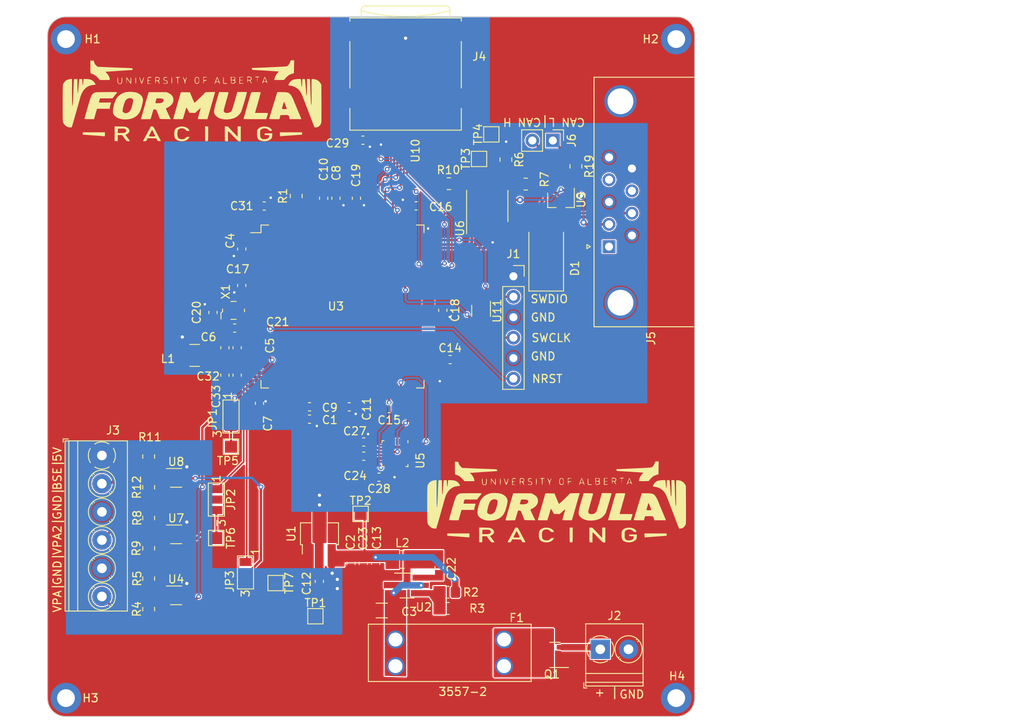
<source format=kicad_pcb>
(kicad_pcb (version 20211014) (generator pcbnew)
  (layers (0 "F.Cu" power) (31 "B.Cu" signal) (34 "B.Paste" user) (35 "F.Paste" user) (36 "B.SilkS" user "B.Silkscreen") (37 "F.SilkS" user "F.Silkscreen") (38 "B.Mask" user) (39 "F.Mask" user) (44 "Edge.Cuts" user))
  (net 0 "")
  (net 1 "+3V3")
  (net 2 "GND")
  (net 3 "+5V")
  (net 4 "+BATT")
  (net 5 "+3.3VA")
  (net 6 "/VSI")
  (net 7 "/NRST")
  (net 8 "Net-(C24-Pad1)")
  (net 9 "/VOUT_1_APPS")
  (net 10 "/VOUT_2_APPS")
  (net 11 "/SWDIO")
  (net 12 "/SWCLK")
  (net 13 "/FILTER_DAT2")
  (net 14 "/FILTER_DAT3")
  (net 15 "/FILTER_CMD")
  (net 16 "/FILTER_CLK")
  (net 17 "/FILTER_DAT0")
  (net 18 "/FILTER_DAT1")
  (net 19 "Net-(R1-Pad1)")
  (net 20 "/CAN_Vref")
  (net 21 "/CAN_Rs")
  (net 22 "/LMA+")
  (net 23 "/LMB+")
  (net 24 "/LMVAOUT")
  (net 25 "/LMVBOUT")
  (net 26 "/VPA")
  (net 27 "/VPA_2")
  (net 28 "/LMVCOUT")
  (net 29 "/CAN_L")
  (net 47 "/OSC_IN")
  (net 79 "/INT")
  (net 80 "/ACCEL_CS")
  (net 81 "/SCK")
  (net 82 "/MISO")
  (net 83 "/MOSI")
  (net 104 "/MCU_CD")
  (net 105 "/MCU_DAT0")
  (net 106 "/MCU_DAT1")
  (net 110 "/CAN_RX")
  (net 111 "/CAN_TX")
  (net 112 "/VPA_BSE")
  (net 114 "/MCU_DAT2")
  (net 115 "/MCU_DAT3")
  (net 116 "/MCU_CLK")
  (net 119 "/MCU_CMD")
  (net 152 "/CAN_H")
  (net 159 "/CAN_L_res")
  (net 160 "Net-(JP1-Pad3)")
  (net 161 "Net-(JP2-Pad3)")
  (net 162 "/VOUT_BSE")
  (net 163 "Net-(JP3-Pad3)")
  (net 164 "/LMA+_BSE")
  (net 165 "/SW")
  (net 166 "/BST")
  (net 167 "/FB")
  (net 168 "/F_IN")
  (net 169 "/F_OUT")
  (footprint "TestPoint:TestPoint_Pad_1.5x1.5mm" (layer "F.Cu") (at 136.579531 57.2932 90)
    (fp_text reference "TP4")
    (fp_text value "TestPoint_Probe")
  )
  (footprint "TestPoint:TestPoint_Pad_1.5x1.5mm" (layer "F.Cu") (at 135.055531 60.3412 90)
    (fp_text reference "TP3")
    (fp_text value "TestPoint_Probe")
  )
  (footprint "Capacitor_SMD:C_0603_1608Metric_Pad1.08x0.95mm_HandSolder" (layer "F.Cu") (at 130.1052 111.0526 90)
    (fp_text reference "C22")
    (fp_text value "100nF")
  )
  (footprint "Package_TO_SOT_SMD:SOT-353_SC-70-5_Handsoldering" (layer "F.Cu") (at 135.3058 79.1972 -90)
    (fp_text reference "U11")
    (fp_text value "ESDALC6V1W5")
  )
  (footprint "Jumper:SolderJumper-3_P1.3mm_Open_Pad1.0x1.5mm_NumberLabels" (layer "F.Cu") (at 104.2924 92.3036 -90)
    (fp_text reference "JP1")
    (fp_text value "SolderJumper_3_Open")
  )
  (footprint "Capacitor_SMD:C_0603_1608Metric_Pad1.08x0.95mm_HandSolder" (layer "F.Cu") (at 119.8464 65.218 90)
    (fp_text reference "C19")
    (fp_text value "100nF")
  )
  (footprint "Package_DFN_QFN:QFN-24_3x3mm_P0.4mm" (layer "F.Cu") (at 124.6216 96.9172 -90)
    (fp_text reference "U5")
    (fp_text value "MPU-6500")
  )
  (footprint "Inductor_SMD:L_1008_2520Metric_Pad1.43x2.20mm_HandSolder" (layer "F.Cu") (at 125.5332 110.0366 180)
    (fp_text reference "L2")
    (fp_text value "2.2uH")
  )
  (footprint "Capacitor_SMD:C_0603_1608Metric_Pad1.08x0.95mm_HandSolder" (layer "F.Cu") (at 122.6404 99.8382 180)
    (fp_text reference "C28")
    (fp_text value "0.1uF")
  )
  (footprint "Package_TO_SOT_SMD:SOT-89-3_Handsoldering" (layer "F.Cu") (at 115.2652 107.1626 90)
    (fp_text reference "U1")
    (fp_text value "AZ1117-3.3")
  )
  (footprint "TestPoint:TestPoint_Pad_1.5x1.5mm" (layer "F.Cu") (at 109.8202 112.9792 -90)
    (fp_text reference "TP7")
    (fp_text value "TestPoint_Probe")
  )
  (footprint "MountingHole:MountingHole_2.2mm_M2_DIN965_Pad" (layer "F.Cu") (at 83.82 45.466)
    (fp_text reference "H1")
    (fp_text value "MountingHole")
  )
  (footprint "Capacitor_SMD:C_0603_1608Metric_Pad1.08x0.95mm_HandSolder" (layer "F.Cu") (at 115.243008 112.772656 -90)
    (fp_text reference "C12")
    (fp_text value "22uF")
  )
  (footprint "MountingHole:MountingHole_2.2mm_M2_DIN965_Pad" (layer "F.Cu") (at 159.512 45.466)
    (fp_text reference "H2")
    (fp_text value "MountingHole")
  )
  (footprint "Inductor_SMD:L_1210_3225Metric_Pad1.42x2.65mm_HandSolder" (layer "F.Cu") (at 99.7804 84.7252)
    (fp_text reference "L1")
    (fp_text value "100nH")
  )
  (footprint "Capacitor_SMD:C_0603_1608Metric_Pad1.08x0.95mm_HandSolder" (layer "F.Cu") (at 130.556 79.121 90)
    (fp_text reference "C18")
    (fp_text value "100nF")
  )
  (footprint "Capacitor_SMD:C_0603_1608Metric_Pad1.08x0.95mm_HandSolder" (layer "F.Cu") (at 108.4164 66.1832 180)
    (fp_text reference "C31")
    (fp_text value "100nF")
  )
  (footprint "Resistor_SMD:R_0805_2012Metric_Pad1.20x1.40mm_HandSolder" (layer "F.Cu") (at 94.0816 108.6612 -90)
    (fp_text reference "R9")
    (fp_text value "100kR")
  )
  (footprint "Package_TO_SOT_SMD:SOT-353_SC-70-5_Handsoldering" (layer "F.Cu") (at 97.4852 99.9236)
    (fp_text reference "U8")
    (fp_text value "LMV321")
  )
  (footprint "Capacitor_SMD:C_0603_1608Metric_Pad1.08x0.95mm_HandSolder" (layer "F.Cu") (at 117.3064 65.218 90)
    (fp_text reference "C8")
    (fp_text value "4.7uF")
  )
  (footprint "Resistor_SMD:R_0805_2012Metric_Pad1.20x1.40mm_HandSolder" (layer "F.Cu") (at 131.1212 114.117856 180)
    (fp_text reference "R2")
    (fp_text value "52.3kR")
  )
  (footprint "Jumper:SolderJumper-3_P1.3mm_Open_Pad1.0x1.5mm_NumberLabels" (layer "F.Cu") (at 102.4796 102.616 -90)
    (fp_text reference "JP2")
    (fp_text value "SolderJumper_3_Open")
  )
  (footprint "Capacitor_SMD:C_1206_3216Metric_Pad1.33x1.80mm_HandSolder" (layer "F.Cu") (at 122.9932 116.3866 180)
    (fp_text reference "C3")
    (fp_text value "10uF")
  )
  (footprint "Resistor_SMD:R_0805_2012Metric_Pad1.20x1.40mm_HandSolder" (layer "F.Cu") (at 94.0816 104.902 -90)
    (fp_text reference "R8")
    (fp_text value "50kR")
  )
  (footprint "Resistor_SMD:R_0805_2012Metric_Pad1.20x1.40mm_HandSolder" (layer "F.Cu") (at 131.321731 63.4146 180)
    (fp_text reference "R10")
    (fp_text value "100R")
  )
  (footprint "Package_TO_SOT_SMD:TSOT-23-6_HandSoldering" (layer "F.Cu") (at 126.1192 113.2586)
    (fp_text reference "U2")
    (fp_text value "AP62250WU-7")
  )
  (footprint "Resistor_SMD:R_0805_2012Metric_Pad1.20x1.40mm_HandSolder" (layer "F.Cu") (at 94.0816 97.282 -90)
    (fp_text reference "R11")
    (fp_text value "50kR")
  )
  (footprint "Capacitor_SMD:C_0603_1608Metric_Pad1.08x0.95mm_HandSolder" (layer "F.Cu") (at 123.9104 91.3292 180)
    (fp_text reference "C15")
    (fp_text value "100nF")
  )
  (footprint "TestPoint:TestPoint_Pad_1.5x1.5mm" (layer "F.Cu") (at 104.2924 96.0534)
    (fp_text reference "TP5")
    (fp_text value "TestPoint_Probe")
  )
  (footprint "Resistor_SMD:R_0805_2012Metric_Pad1.20x1.40mm_HandSolder" (layer "F.Cu") (at 140.846731 63.4654)
    (fp_text reference "R7")
    (fp_text value "220R")
  )
  (footprint "Package_TO_SOT_SMD:SOT-353_SC-70-5_Handsoldering" (layer "F.Cu") (at 97.4852 106.934)
    (fp_text reference "U7")
    (fp_text value "LMV321")
  )
  (footprint "Capacitor_SMD:C_0603_1608Metric_Pad1.08x0.95mm_HandSolder" (layer "F.Cu") (at 114.0298 91.1006 180)
    (fp_text reference "C9")
    (fp_text value "100nF")
  )
  (footprint "Jumper:SolderJumper-3_P1.3mm_Open_Pad1.0x1.5mm_NumberLabels" (layer "F.Cu") (at 106.0864 111.6584 -90)
    (fp_text reference "JP3")
    (fp_text value "SolderJumper_3_Open")
  )
  (footprint "TerminalBlock_Phoenix:TerminalBlock_Phoenix_PT-1,5-2-3.5-H_1x02_P3.50mm_Horizontal" (layer "F.Cu") (at 150.0912 121.1946)
    (fp_text reference "J2")
    (fp_text value "Conn_01x02")
  )
  (footprint "TestPoint:TestPoint_Pad_1.5x1.5mm" (layer "F.Cu") (at 114.7572 117.094)
    (fp_text reference "TP1")
    (fp_text value "TestPoint_Probe")
  )
  (footprint "Capacitor_SMD:C_0603_1608Metric_Pad1.08x0.95mm_HandSolder" (layer "F.Cu") (at 114.0298 92.6338 180)
    (fp_text reference "C1")
    (fp_text value "4.7uF")
  )
  (footprint "Capacitor_SMD:C_0603_1608Metric_Pad1.08x0.95mm_HandSolder" (layer "F.Cu") (at 118.9574 91.1087 180)
    (fp_text reference "C11")
    (fp_text value "100nF")
  )
  (footprint "LOGO" (layer "F.Cu") (at 99.441 53.34)
    (fp_text reference "G***" hide)
    (fp_text value "LOGO" hide)
  )
  (footprint "3557-2:3557-2" (layer "F.Cu") (at 138.153808 123.288256 180)
    (fp_text reference "F1")
    (fp_text value "3557-2")
  )
  (footprint "Package_QFP:LQFP-144_20x20mm_P0.5mm" (layer "F.Cu") (at 118.1192 78.6546)
    (fp_text reference "U3")
    (fp_text value "STM32L4R9ZITx")
  )
  (footprint "Capacitor_SMD:C_0603_1608Metric_Pad1.08x0.95mm_HandSolder" (layer "F.Cu") (at 115.7824 65.218 90)
    (fp_text reference "C10")
    (fp_text value "100nF")
  )
  (footprint "Capacitor_SMD:C_0603_1608Metric_Pad1.08x0.95mm_HandSolder" (layer "F.Cu") (at 131.4704 85.2424)
    (fp_text reference "C14")
    (fp_text value "2.2uF")
  )
  (footprint "Connector_PinHeader_2.54mm:PinHeader_1x02_P2.54mm_Vertical" (layer "F.Cu") (at 144.204531 58.0552 -90)
    (fp_text reference "J6")
    (fp_text value "Conn_01x02")
  )
  (footprint "Package_TO_SOT_SMD:SOT-23" (layer "F.Cu") (at 144.4752 121.8946 180)
    (fp_text reference "Q1")
    (fp_text value "Q_PMOS_GSD")
  )
  (footprint "Capacitor_SMD:C_0603_1608Metric_Pad1.08x0.95mm_HandSolder" (layer "F.Cu") (at 120.7516 95.4694 180)
    (fp_text reference "C27")
    (fp_text value "10nF")
  )
  (footprint "Connector_PinSocket_2.54mm:PinSocket_1x06_P2.54mm_Vertical" (layer "F.Cu") (at 139.319 74.9046)
    (fp_text reference "J1")
    (fp_text value "Conn_01x06")
  )
  (footprint "Resistor_SMD:R_0805_2012Metric_Pad1.20x1.40mm_HandSolder" (layer "F.Cu") (at 94.0816 101.092 -90)
    (fp_text reference "R12")
    (fp_text value "100kR")
  )
  (footprint "Package_TO_SOT_SMD:SOT-353_SC-70-5_Handsoldering" (layer "F.Cu") (at 97.4852 114.5032)
    (fp_text reference "U4")
    (fp_text value "LMV321")
  )
  (footprint "Resistor_SMD:R_0805_2012Metric_Pad1.20x1.40mm_HandSolder" (layer "F.Cu") (at 147.066 61.2648 -90)
    (fp_text reference "R19")
    (fp_text value "120R")
  )
  (footprint "MountingHole:MountingHole_2.2mm_M2_DIN965_Pad" (layer "F.Cu") (at 159.512 127.254)
    (fp_text reference "H4")
    (fp_text value "MountingHole")
  )
  (footprint "Capacitor_SMD:C_0603_1608Metric_Pad1.08x0.95mm_HandSolder" (layer "F.Cu") (at 120.65 58.0136)
    (fp_text reference "C29")
    (fp_text value "0.1uF")
  )
  (footprint "Capacitor_SMD:C_0603_1608Metric_Pad1.08x0.95mm_HandSolder" (layer "F.Cu") (at 119.1768 110.537456 -90)
    (fp_text reference "C2")
    (fp_text value "10uF")
  )
  (footprint "Capacitor_SMD:C_0603_1608Metric_Pad1.08x0.95mm_HandSolder" (layer "F.Cu") (at 120.7008 110.5408 -90)
    (fp_text reference "C23")
    (fp_text value "22uF")
  )
  (footprint "TerminalBlock_Phoenix:TerminalBlock_Phoenix_PT-1,5-6-3.5-H_1x06_P3.50mm_Horizontal" (layer "F.Cu") (at 88.2792 97.1426 -90)
    (fp_text reference "J3")
    (fp_text value "APPS/BSE_Conn")
  )
  (footprint "TestPoint:TestPoint_Pad_1.5x1.5mm" (layer "F.Cu") (at 102.4542 107.3912 -90)
    (fp_text reference "TP6")
    (fp_text value "TestPoint_Probe")
  )
  (footprint "Diode_SMD:D_SMB_Handsoldering" (layer "F.Cu") (at 143.383 72.136 90)
    (fp_text reference "D1")
    (fp_text value "D_Zener")
  )
  (footprint "Capacitor_SMD:C_0603_1608Metric_Pad1.08x0.95mm_HandSolder" (layer "F.Cu") (at 105.0544 87.1728 -90)
    (fp_text reference "C33")
    (fp_text value "100nF")
  )
  (footprint "Capacitor_SMD:C_0603_1608Metric_Pad1.08x0.95mm_HandSolder" (layer "F.Cu") (at 105.6224 76.0476 90)
    (fp_text reference "C17")
    (fp_text value "100nF")
  )
  (footprint "TestPoint:TestPoint_Pad_1.5x1.5mm" (layer "F.Cu") (at 120.3706 104.394)
    (fp_text reference "TP2")
    (fp_text value "TestPoint_Probe")
  )
  (footprint "Capacitor_SMD:C_0603_1608Metric_Pad1.08x0.95mm_HandSolder" (layer "F.Cu") (at 104.7496 81.3308 180)
    (fp_text reference "C21")
    (fp_text value "0.1uF")
  )
  (footprint "Capacitor_SMD:C_0603_1608Metric_Pad1.08x0.95mm_HandSolder" (layer "F.Cu") (at 105.0544 83.7692 90)
    (fp_text reference "C5")
    (fp_text value "1uF")
  )
  (footprint "Package_SO:SOIC-8_3.9x4.9mm_P1.27mm" (layer "F.Cu") (at 136.071531 66.1832 90)
    (fp_text reference "U6")
    (fp_text value "SN65HVD230")
  )
  (footprint "Connector_Card:microSD_HC_Wuerth_693072010801" (layer "F.Cu") (at 125.9424 48.6572)
    (fp_text reference "J4")
    (fp_text value "Micro_SD_Card")
  )
  (footprint "Capacitor_SMD:C_0603_1608Metric_Pad1.08x0.95mm_HandSolder" (layer "F.Cu") (at 120.7516 97.2312 180)
    (fp_text reference "C24")
    (fp_text value "0.1uF")
  )
  (footprint "Capacitor_SMD:C_0603_1608Metric_Pad1.08x0.95mm_HandSolder" (layer "F.Cu") (at 105.6224 71.5172 90)
    (fp_text reference "C4")
    (fp_text value "100nF")
  )
  (footprint "Resistor_SMD:R_0805_2012Metric_Pad1.20x1.40mm_HandSolder" (layer "F.Cu") (at 94.0816 116.205 90)
    (fp_text reference "R4")
    (fp_text value "50kR")
  )
  (footprint "Resistor_SMD:R_0805_2012Metric_Pad1.20x1.40mm_HandSolder" (layer "F.Cu") (at 112.3788 64.9386 90)
    (fp_text reference "R1")
    (fp_text value "10kR")
  )
  (footprint "Capacitor_SMD:C_0603_1608Metric_Pad1.08x0.95mm_HandSolder" (layer "F.Cu") (at 103.5304 87.1728 -90)
    (fp_text reference "C32")
    (fp_text value "1uF")
  )
  (footprint "Capacitor_SMD:C_0603_1608Metric_Pad1.08x0.95mm_HandSolder" (layer "F.Cu") (at 107.823 90.678 -90)
    (fp_text reference "C7")
    (fp_text value "100nF")
  )
  (footprint "Connector_Dsub:DSUB-9_Male_Horizontal_P2.77x2.84mm_EdgePinOffset7.70mm_Housed_MountingHolesOffset9.12mm" (layer "F.Cu") (at 151.174869 71.2252 90)
    (fp_text reference "J5")
    (fp_text value "DB9_Male")
  )
  (footprint "Capacitor_SMD:C_0603_1608Metric_Pad1.08x0.95mm_HandSolder" (layer "F.Cu") (at 103.5304 83.7692 90)
    (fp_text reference "C6")
    (fp_text value "10nF")
  )
  (footprint "Oscillator:Oscillator_SMD_ECS_2520MV-xxx-xx-4Pin_2.5x2.0mm" (layer "F.Cu") (at 104.6064 79.1372 90)
    (fp_text reference "X1")
    (fp_text value "ECS-2520MV-160-CN-TR")
  )
  (footprint "Package_TO_SOT_SMD:SC-59" (layer "F.Cu") (at 145.215531 65.4212 -90)
    (fp_text reference "U9")
    (fp_text value "ESDCAN24-2BLY")
  )
  (footprint "Capacitor_SMD:C_0603_1608Metric_Pad1.08x0.95mm_HandSolder" (layer "F.Cu") (at 102.0572 79.3912 -90)
    (fp_text reference "C20")
    (fp_text value "0.1uF")
  )
  (footprint "Resistor_SMD:R_0805_2012Metric_Pad1.20x1.40mm_HandSolder" (layer "F.Cu") (at 131.143408 116.1288)
    (fp_text reference "R3")
    (fp_text value "10kR")
  )
  (footprint "Diode_SMD:EMIF06-MSD02N16" (layer "F.Cu") (at 124.6724 59.0712 90)
    (fp_text reference "U10")
    (fp_text value "EMIF06-MSD02N16")
  )
  (footprint "LOGO" (layer "F.Cu") (at 144.653 103.124)
    (fp_text reference "G***" hide)
    (fp_text value "LOGO" hide)
  )
  (footprint "Resistor_SMD:R_0805_2012Metric_Pad1.20x1.40mm_HandSolder" (layer "F.Cu") (at 94.0816 112.4204 90)
    (fp_text reference "R5")
    (fp_text value "100kR")
  )
  (footprint "Capacitor_SMD:C_0603_1608Metric_Pad1.08x0.95mm_HandSolder" (layer "F.Cu") (at 127.254 66.167)
    (fp_text reference "C16")
    (fp_text value "100nF")
  )
  (footprint "Capacitor_SMD:C_0603_1608Metric_Pad1.08x0.95mm_HandSolder" (layer "F.Cu") (at 122.2312 110.5446 -90)
    (fp_text reference "C13")
    (fp_text value "22uF")
  )
  (footprint "MountingHole:MountingHole_2.2mm_M2_DIN965_Pad" (layer "F.Cu") (at 83.82 127.254)
    (fp_text reference "H3")
    (fp_text value "MountingHole")
  )
  (footprint "Resistor_SMD:R_0805_2012Metric_Pad1.20x1.40mm_HandSolder" (layer "F.Cu") (at 138.382931 60.4174 -90)
    (fp_text reference "R6")
    (fp_text value "220R")
  )
  (gr_arc (start 83.82 129.54) (mid 82.203252 128.892468) (end 81.530475 127.286061) (layer "Edge.Cuts") (width 0.1))
  (gr_arc (start 159.555208 42.697406) (mid 161.147178 43.340843) (end 161.798 44.929809) (layer "Edge.Cuts") (width 0.1))
  (gr_arc (start 81.530475 44.9834) (mid 82.201061 43.364461) (end 83.82 42.693875) (layer "Edge.Cuts") (width 0.1))
  (gr_line (start 81.530475 44.9834) (end 81.530475 127.286061) (layer "Edge.Cuts") (width 0.1))
  (gr_arc (start 161.798039 127.2794) (mid 161.148093 128.880651) (end 159.55069 129.54) (layer "Edge.Cuts") (width 0.1))
  (gr_line (start 83.82 129.54) (end 159.55069 129.54) (layer "Edge.Cuts") (width 0.1))
  (gr_line (start 159.555208 42.697406) (end 83.82 42.693875) (layer "Edge.Cuts") (width 0.1))
  (gr_line (start 161.798039 127.2794) (end 161.798 44.929809) (layer "Edge.Cuts") (width 0.1))
  (gr_text "+ |" (at 150.876 126.5428) (layer "F.SilkS") (effects (font (size 1 1))))
  (gr_text "VPA2|" (at 82.7532 107.1626 90) (layer "F.SilkS") (effects (font (size 1 1))))
  (gr_text "VPA|" (at 82.7532 114.7826 90) (layer "F.SilkS") (effects (font (size 1 1))))
  (gr_text "SWCLK\n" (at 144.018 82.55) (layer "F.SilkS") (effects (font (size 1 1))))
  (gr_text "GND" (at 154.0002 126.7968) (layer "F.SilkS") (effects (font (size 1 1))))
  (gr_text "SWDIO\n" (at 143.764 77.724) (layer "F.SilkS") (effects (font (size 1 1))))
  (gr_text "CAN L|\n" (at 145.469531 55.7692 180) (layer "F.SilkS") (effects (font (size 1 1))))
  (gr_text "CAN H\n" (at 140.389531 55.7692 180) (layer "F.SilkS") (effects (font (size 1 1))))
  (gr_text "NRST" (at 143.51 87.63) (layer "F.SilkS") (effects (font (size 1 1))))
  (gr_text "GND" (at 143.002 84.836) (layer "F.SilkS") (effects (font (size 1 1))))
  (gr_text "5V" (at 82.7532 97.0026 90) (layer "F.SilkS") (effects (font (size 1 1))))
  (gr_text "GND|\n" (at 82.7532 103.0986 90) (layer "F.SilkS") (effects (font (size 1 1))))
  (gr_text "GND|" (at 82.7532 111.2266 90) (layer "F.SilkS") (effects (font (size 1 1))))
  (gr_text "BSE|" (at 82.7532 99.5426 90) (layer "F.SilkS") (effects (font (size 1 1))))
  (gr_text "GND" (at 143.002 80.01) (layer "F.SilkS") (effects (font (size 1 1))))
  (segment (start 114.8692 89.3171) (end 114.8692 91.3061) (width 0.4) (layer "F.Cu") (net 1))
  (segment (start 131.4196 79.9592) (end 131.3953 79.9835) (width 0.4) (layer "F.Cu") (net 1))
  (segment (start 115.243008 111.910156) (end 113.921244 111.910156) (width 0.25) (layer "F.Cu") (net 1))
  (segment (start 126.0424 45.4552) (end 125.9424 45.3552) (width 0.8) (layer "F.Cu") (net 1))
  (segment (start 120.777 66.0908) (end 120.7667 66.0805) (width 0.4) (layer "F.Cu") (net 1))
  (segment (start 123.6216 98.4172) (end 123.6216 99.7471) (width 0.25) (layer "F.Cu") (net 1))
  (segment (start 102.0572 78.5287) (end 101.1947 78.5287) (width 0.3) (layer "F.Cu") (net 1))
  (segment (start 103.6814 78.4122) (end 102.1737 78.4122) (width 0.3) (layer "F.Cu") (net 1))
  (segment (start 113.2078 117.094) (end 114.7572 117.094) (width 0.25) (layer "F.Cu") (net 1))
  (segment (start 104.6999 76.9101) (end 104.6988 76.9112) (width 0.4) (layer "F.Cu") (net 1))
  (segment (start 128.7817 79.9046) (end 130.4771 79.9046) (width 0.4) (layer "F.Cu") (net 1))
  (segment (start 131.3953 79.9835) (end 130.556 79.9835) (width 0.4) (layer "F.Cu") (net 1))
  (segment (start 122.5727 96.3172) (end 121.7249 95.4694) (width 0.2) (layer "F.Cu") (net 1))
  (segment (start 130.4771 79.9046) (end 130.556 79.9835) (width 0.4) (layer "F.Cu") (net 1))
  (segment (start 128.7817 69.0225) (end 128.7364 68.9772) (width 0.3) (layer "F.Cu") (net 1))
  (segment (start 114.8692 91.0775) (end 114.8923 91.1006) (width 0.4) (layer "F.Cu") (net 1))
  (segment (start 105.6224 72.3797) (end 104.6583 72.3797) (width 0.4) (layer "F.Cu") (net 1))
  (segment (start 139.3876 74.836) (end 139.319 74.9046) (width 0.8) (layer "F.Cu") (net 1))
  (segment (start 121.7249 95.4694) (end 121.7249 94.9279) (width 0.2) (layer "F.Cu") (net 1))
  (segment (start 125.603 65.405) (end 125.6295 65.405) (width 0.4) (layer "F.Cu") (net 1))
  (segment (start 123.7224 57.7088) (end 121.8173 57.7088) (width 0.3) (layer "F.Cu") (net 1))
  (segment (start 107.4567 89.4492) (end 107.823 89.8155) (width 0.4) (layer "F.Cu") (net 1))
  (segment (start 121.5125 58.8253) (end 121.5136 58.8264) (width 0.3) (layer "F.Cu") (net 1))
  (segment (start 107.4567 87.4046) (end 107.4567 89.4492) (width 0.4) (layer "F.Cu") (net 1))
  (segment (start 121.5125 58.0136) (end 121.5125 58.8253) (width 0.3) (layer "F.Cu") (net 1))
  (segment (start 104.6583 72.3797) (end 104.648 72.39) (width 0.4) (layer "F.Cu") (net 1))
  (segment (start 98.2929 82.4757) (end 98.2564 82.4392) (width 0.8) (layer "F.Cu") (net 1))
  (segment (start 105.6224 76.9101) (end 104.6999 76.9101) (width 0.4) (layer "F.Cu") (net 1))
  (segment (start 114.8923 92.6338) (end 114.8923 93.4385) (width 0.4) (layer "F.Cu") (net 1))
  (segment (start 109.2789 65.2099) (end 109.22 65.151) (width 0.4) (layer "F.Cu") (net 1))
  (segment (start 126.3692 67.9921) (end 126.3692 66.1893) (width 0.4) (layer "F.Cu") (net 1))
  (segment (start 138.382931 58.2313) (end 138.416831 58.1974) (width 0.25) (layer "F.Cu") (net 1))
  (segment (start 106.6169 77.9046) (end 105.6224 76.9101) (width 0.4) (layer "F.Cu") (net 1))
  (segment (start 119.8199 91.1087) (end 119.8199 91.9226) (width 0.4) (layer "F.Cu") (net 1))
  (segment (start 117.3064 66.0805) (end 118.2267 66.0805) (width 0.4) (layer "F.Cu") (net 1))
  (segment (start 122.9924 58.4652) (end 122.8944 58.5632) (width 0.3) (layer "F.Cu") (net 1))
  (segment (start 123.5029 99.8382) (end 124.5708 99.8382) (width 0.4) (layer "F.Cu") (net 1))
  (segment (start 136.706531 68.6582) (end 136.706531 70.6603) (width 0.25) (layer "F.Cu") (net 1))
  (segment (start 98.2929 84.7252) (end 98.2929 82.4757) (width 0.8) (layer "F.Cu") (net 1))
  (segment (start 119.8199 91.9226) (end 119.761 91.9815) (width 0.4) (layer "F.Cu") (net 1))
  (segment (start 124.7729 92.1431) (end 124.714 92.202) (width 0.3) (layer "F.Cu") (net 1))
  (segment (start 128.7817 69.9046) (end 128.7817 69.0225) (width 0.3) (layer "F.Cu") (net 1))
  (segment (start 138.382931 59.4174) (end 138.382931 58.2313) (width 0.25) (layer "F.Cu") (net 1))
  (segment (start 107.4567 72.4046) (end 105.6473 72.4046) (width 0.4) (layer "F.Cu") (net 1))
  (segment (start 124.8692 91.2329) (end 124.8692 89.3171) (width 0.4) (layer "F.Cu") (net 1))
  (segment (start 107.823 89.8155) (end 107.9765 89.8155) (width 0.4) (layer "F.Cu") (net 1))
  (segment (start 107.4567 77.9046) (end 106.6169 77.9046) (width 0.4) (layer "F.Cu") (net 1))
  (segment (start 123.1216 96.3172) (end 122.5727 96.3172) (width 0.2) (layer "F.Cu") (net 1))
  (segment (start 124.7729 91.3292) (end 124.8692 91.2329) (width 0.3) (layer "F.Cu") (net 1))
  (segment (start 121.7249 94.9279) (end 121.285 94.488) (width 0.2) (layer "F.Cu") (net 1))
  (segment (start 123.3224 58.4652) (end 122.9924 58.4652) (width 0.3) (layer "F.Cu") (net 1))
  (segment (start 114.8923 93.4385) (end 114.935 93.4812) (width 0.4) (layer "F.Cu") (net 1))
  (segment (start 115.8692 66.1673) (end 115.7824 66.0805) (width 0.4) (layer "F.Cu") (net 1))
  (segment (start 128.7817 87.4046) (end 129.6621 87.4046) (width 0.3) (layer "F.Cu") (net 1))
  (segment (start 112.776 116.6622) (end 113.2078 117.094) (width 0.25) (layer "F.Cu") (net 1))
  (segment (start 109.3692 66.2735) (end 109.2789 66.1832) (width 0.4) (layer "F.Cu") (net 1))
  (segment (start 107.9765 89.8155) (end 108.585 90.424) (width 0.4) (layer "F.Cu") (net 1))
  (segment (start 136.706531 70.6603) (end 136.740431 70.6942) (width 0.25) (layer "F.Cu") (net 1))
  (segment (start 109.3692 67.9921) (end 109.3692 66.2735) (width 0.4) (layer "F.Cu") (net 1))
  (segment (start 113.921244 111.910156) (end 112.776 113.0554) (width 0.25) (layer "F.Cu") (net 1))
  (segment (start 114.8923 90.9574) (end 114.8923 92.6338) (width 0.4) (layer "F.Cu") (net 1))
  (segment (start 105.6473 72.4046) (end 105.6224 72.3797) (width 0.4) (layer "F.Cu") (net 1))
  (segment (start 119.8692 67.9921) (end 119.8692 66.0525) (width 0.4) (layer "F.Cu") (net 1))
  (segment (start 123.7224 58.4652) (end 123.7224 57.7088) (width 0.3) (layer "F.Cu") (net 1))
  (segment (start 125.6295 65.405) (end 126.3915 66.167) (width 0.4) (layer "F.Cu") (net 1))
  (segment (start 109.2789 66.1832) (end 109.2789 65.2099) (width 0.4) (layer "F.Cu") (net 1))
  (segment (start 115.7824 66.0805) (end 117.3064 66.0805) (width 0.4) (layer "F.Cu") (net 1))
  (segment (start 129.6621 87.4046) (end 130.1842 87.9267) (width 0.3) (layer "F.Cu") (net 1))
  (segment (start 115.8692 67.9921) (end 115.8692 66.1673) (width 0.4) (layer "F.Cu") (net 1))
  (segment (start 126.3692 66.1893) (end 126.3915 66.167) (width 0.4) (layer "F.Cu") (net 1))
  (segment (start 126.0424 47.1072) (end 126.0424 45.4552) (width 0.8) (layer "F.Cu") (net 1))
  (segment (start 112.776 113.0554) (end 112.776 116.6622) (width 0.25) (layer "F.Cu") (net 1))
  (segment (start 143.383 74.836) (end 139.3876 74.836) (width 0.8) (layer "F.Cu") (net 1))
  (segment (start 118.2267 66.0805) (end 118.237 66.0908) (width 0.4) (layer "F.Cu") (net 1))
  (segment (start 101.1947 78.5287) (end 101.0412 78.3752) (width 0.3) (layer "F.Cu") (net 1))
  (segment (start 121.8173 57.7088) (end 121.5125 58.0136) (width 0.3) (layer "F.Cu") (net 1))
  (segment (start 120.7667 66.0805) (end 119.8464 66.0805) (width 0.4) (layer "F.Cu") (net 1))
  (segment (start 124.7729 91.3292) (end 124.7729 92.1431) (width 0.3) (layer "F.Cu") (net 1))
  (segment (start 119.8692 89.3171) (end 119.8692 91.2799) (width 0.4) (layer "F.Cu") (net 1))
  (segment (start 102.1737 78.4122) (end 102.0572 78.5287) (width 0.3) (layer "F.Cu") (net 1))
  (via (at 98.2564 82.4392) (size 0.8) (drill 0.4) (layers "F.Cu" "B.Cu") (net 1))
  (via (at 119.761 91.9815) (size 0.6) (drill 0.3) (layers "F.Cu" "B.Cu") (net 1))
  (via (at 136.740431 70.6942) (size 0.6) (drill 0.3) (layers "F.Cu" "B.Cu") (net 1))
  (via (at 115.2652 103.2826) (size 0.8) (drill 0.4) (layers "F.Cu" "B.Cu") (net 1))
  (via (at 101.0412 78.3752) (size 0.6) (drill 0.3) (layers "F.Cu" "B.Cu") (net 1))
  (via (at 131.4196 79.9592) (size 0.6) (drill 0.3) (layers "F.Cu" "B.Cu") (net 1))
  (via (at 124.5708 99.8382) (size 0.6) (drill 0.3) (layers "F.Cu" "B.Cu") (net 1))
  (via (at 104.648 72.39) (size 0.6) (drill 0.3) (layers "F.Cu" "B.Cu") (net 1))
  (via (at 125.9424 45.3552) (size 0.8) (drill 0.4) (layers "F.Cu" "B.Cu") (net 1))
  (via (at 121.285 94.488) (size 0.6) (drill 0.3) (layers "F.Cu" "B.Cu") (net 1))
  (via (at 120.777 66.0908) (size 0.6) (drill 0.3) (layers "F.Cu" "B.Cu") (net 1))
  (via (at 121.5136 58.8264) (size 0.6) (drill 0.3) (layers "F.Cu" "B.Cu") (net 1))
  (via (at 115.2652 102.0826) (size 0.8) (drill 0.4) (layers "F.Cu" "B.Cu") (net 1))
  (via (at 104.6988 76.9112) (size 0.6) (drill 0.3) (layers "F.Cu" "B.Cu") (net 1))
  (via (at 122.8944 58.5632) (size 0.6) (drill 0.3) (layers "F.Cu" "B.Cu") (net 1))
  (via (at 124.714 92.202) (size 0.6) (drill 0.3) (layers "F.Cu" "B.Cu") (net 1))
  (via (at 114.935 93.4812) (size 0.6) (drill 0.3) (layers "F.Cu" "B.Cu") (net 1))
  (via (at 125.603 65.405) (size 0.6) (drill 0.3) (layers "F.Cu" "B.Cu") (net 1))
  (via (at 118.237 66.0908) (size 0.6) (drill 0.3) (layers "F.Cu" "B.Cu") (net 1))
  (via (at 130.1842 87.9267) (size 0.6) (drill 0.3) (layers "F.Cu" "B.Cu") (net 1))
  (via (at 109.22 65.151) (size 0.6) (drill 0.3) (layers "F.Cu" "B.Cu") (net 1))
  (via (at 138.416831 58.1974) (size 0.6) (drill 0.3) (layers "F.Cu" "B.Cu") (net 1))
  (via (at 128.7364 68.9772) (size 0.6) (drill 0.3) (layers "F.Cu" "B.Cu") (net 1))
  (via (at 108.585 90.424) (size 0.6) (drill 0.3) (layers "F.Cu" "B.Cu") (net 1))
  (segment (start 125.6284 98.424) (end 125.6216 98.4172) (width 0.2) (layer "F.Cu") (net 2))
  (segment (start 105.2079 82.7532) (end 105.0544 82.9067) (width 0.3) (layer "F.Cu") (net 2))
  (segment (start 120.863208 109.6821) (end 120.863208 104.886608) (width 0.25) (layer "F.Cu") (net 3))
  (segment (start 120.863208 104.886608) (end 120.3706 104.394) (width 0.25) (layer "F.Cu") (net 3))
  (segment (start 117.475 112.395) (end 116.84 111.76) (width 0.8) (layer "F.Cu") (net 3))
  (segment (start 98.8152 98.5612) (end 98.806 98.552) (width 0.4) (layer "F.Cu") (net 3))
  (segment (start 117.475 112.522) (end 117.475 113.665) (width 0.8) (layer "F.Cu") (net 3))
  (segment (start 117.475 112.522) (end 117.475 112.395) (width 0.8) (layer "F.Cu") (net 3))
  (segment (start 98.8152 106.284) (end 98.8152 105.4192) (width 0.4) (layer "F.Cu") (net 3))
  (segment (start 98.8152 113.0392) (end 98.806 113.03) (width 0.4) (layer "F.Cu") (net 3))
  (segment (start 132.1212 112.5886) (end 132.1212 114.117856) (width 0.8) (layer "F.Cu") (net 3))
  (segment (start 98.8152 105.4192) (end 98.806 105.41) (width 0.4) (layer "F.Cu") (net 3))
  (segment (start 132.0292 112.4966) (end 132.1212 112.5886) (width 0.8) (layer "F.Cu") (net 3))
  (segment (start 116.7652 111.6852) (end 116.7652 109.3126) (width 0.8) (layer "F.Cu") (net 3))
  (segment (start 98.8152 113.8532) (end 98.8152 113.0392) (width 0.4) (layer "F.Cu") (net 3))
  (segment (start 116.84 111.76) (end 116.7652 111.6852) (width 0.8) (layer "F.Cu") (net 3))
  (segment (start 98.8152 99.2736) (end 98.8152 98.5612) (width 0.4) (layer "F.Cu") (net 3))
  (via (at 98.806 113.03) (size 0.8) (drill 0.4) (layers "F.Cu" "B.Cu") (net 3))
  (via (at 117.475 113.665) (size 0.8) (drill 0.4) (layers "F.Cu" "B.Cu") (net 3))
  (via (at 117.475 112.522) (size 0.8) (drill 0.4) (layers "F.Cu" "B.Cu") (net 3))
  (via (at 122.2312 109.7826) (size 0.6) (drill 0.3) (layers "F.Cu" "B.Cu") (net 3))
  (via (at 116.84 111.76) (size 0.8) (drill 0.4) (layers "F.Cu" "B.Cu") (net 3))
  (via (at 98.806 98.552) (size 0.8) (drill 0.4) (layers "F.Cu" "B.Cu") (net 3))
  (via (at 132.0292 112.4966) (size 0.8) (drill 0.4) (layers "F.Cu" "B.Cu") (net 3))
  (via (at 98.806 105.41) (size 0.8) (drill 0.4) (layers "F.Cu" "B.Cu") (net 3))
  (segment (start 132.0292 112.4966) (end 129.3152 109.7826) (width 0.8) (layer "B.Cu") (net 3))
  (segment (start 129.3152 109.7826) (end 122.2312 109.7826) (width 0.8) (layer "B.Cu") (net 3))
  (via (at 127.87 113.2624) (size 0.6) (drill 0.3) (layers "F.Cu" "B.Cu") (net 4))
  (via (at 124.4664 114.2022) (size 0.6) (drill 0.3) (layers "F.Cu" "B.Cu") (net 4))
  (segment (start 125.4062 113.2624) (end 124.4664 114.2022) (width 0.8) (layer "B.Cu") (net 4))
  (segment (start 127.87 113.2624) (end 125.4062 113.2624) (width 0.8) (layer "B.Cu") (net 4))
  (segment (start 106.39268 84.663285) (end 106.651365 84.4046) (width 0.4) (layer "F.Cu") (net 5))
  (segment (start 105.2735 83.9046) (end 105.1144 84.0637) (width 0.4) (layer "F.Cu") (net 5))
  (segment (start 106.39268 84.66612) (end 106.39268 84.663285) (width 0.4) (layer "F.Cu") (net 5))
  (segment (start 106.651365 84.4046) (end 107.4567 84.4046) (width 0.4) (layer "F.Cu") (net 5))
  (segment (start 105.0544 86.0044) (end 106.39268 84.66612) (width 0.4) (layer "F.Cu") (net 5))
  (segment (start 105.0544 86.3103) (end 105.0544 86.0044) (width 0.4) (layer "F.Cu") (net 5))
  (segment (start 103.5304 86.3103) (end 105.0544 86.3103) (width 0.4) (layer "F.Cu") (net 5))
  (segment (start 103.5304 84.6317) (end 103.5304 86.3103) (width 0.4) (layer "F.Cu") (net 5))
  (segment (start 107.4567 83.9046) (end 105.2735 83.9046) (width 0.4) (layer "F.Cu") (net 5))
  (segment (start 128.7817 86.9046) (end 129.8844 86.9046) (width 0.3) (layer "F.Cu") (net 6))
  (segment (start 129.8844 86.9046) (end 130.5814 86.2076) (width 0.3) (layer "F.Cu") (net 6))
  (segment (start 130.5814 86.2076) (end 130.5814 84.969676) (width 0.3) (layer "F.Cu") (net 6))
  (segment (start 129.516324 83.9046) (end 128.7817 83.9046) (width 0.3) (layer "F.Cu") (net 6))
  (segment (start 130.5814 84.969676) (end 129.516324 83.9046) (width 0.3) (layer "F.Cu") (net 6))
  (segment (start 108.6598 80.9046) (end 109.1784 81.4232) (width 0.3) (layer "F.Cu") (net 7))
  (segment (start 105.7229 81.1692) (end 105.9875 80.9046) (width 0.3) (layer "F.Cu") (net 7))
  (segment (start 105.9875 80.9046) (end 107.4567 80.9046) (width 0.3) (layer "F.Cu") (net 7))
  (segment (start 107.4567 80.9046) (end 108.6598 80.9046) (width 0.3) (layer "F.Cu") (net 7))
  (via (at 109.1784 81.4232) (size 0.6) (drill 0.3) (layers "F.Cu" "B.Cu") (net 7))
  (segment (start 137.9982 87.6046) (end 131.8168 81.4232) (width 0.3) (layer "B.Cu") (net 7))
  (segment (start 139.319 87.6046) (end 137.9982 87.6046) (width 0.3) (layer "B.Cu") (net 7))
  (segment (start 131.8168 81.4232) (end 109.1784 81.4232) (width 0.3) (layer "B.Cu") (net 7))
  (segment (start 121.7281 97.1172) (end 121.6141 97.2312) (width 0.2) (layer "F.Cu") (net 8))
  (segment (start 123.1216 97.1172) (end 121.7281 97.1172) (width 0.2) (layer "F.Cu") (net 8))
  (segment (start 104.7496 90.0176) (end 104.2924 90.4748) (width 0.3) (layer "F.Cu") (net 9))
  (segment (start 104.2924 90.4748) (end 104.2924 91.0036) (width 0.3) (layer "F.Cu") (net 9))
  (segment (start 107.4567 84.9046) (end 109.0276 84.9046) (width 0.3) (layer "F.Cu") (net 9))
  (segment (start 109.0276 84.9046) (end 109.407 85.284) (width 0.3) (layer "F.Cu") (net 9))
  (via (at 109.407 85.284) (size 0.6) (drill 0.3) (layers "F.Cu" "B.Cu") (net 9))
  (via (at 104.7496 90.0176) (size 0.6) (drill 0.3) (layers "F.Cu" "B.Cu") (net 9))
  (segment (start 104.7496 90.0176) (end 104.9528 90.0176) (width 0.3) (layer "B.Cu") (net 9))
  (segment (start 109.407 85.5634) (end 109.407 85.284) (width 0.3) (layer "B.Cu") (net 9))
  (segment (start 104.9528 90.0176) (end 109.407 85.5634) (width 0.3) (layer "B.Cu") (net 9))
  (segment (start 105.86592 88.313687) (end 105.86436 88.315248) (width 0.2) (layer "F.Cu") (net 10))
  (segment (start 106.7718 85.4046) (end 105.86592 86.31048) (width 0.2) (layer "F.Cu") (net 10))
  (segment (start 107.4567 85.4046) (end 106.7718 85.4046) (width 0.2) (layer "F.Cu") (net 10))
  (segment (start 105.86592 86.31048) (end 105.86592 88.313687) (width 0.2) (layer "F.Cu") (net 10))
  (segment (start 105.86436 88.315248) (end 105.86436 97.93124) (width 0.2) (layer "F.Cu") (net 10))
  (segment (start 105.86436 97.93124) (end 102.4796 101.316) (width 0.2) (layer "F.Cu") (net 10))
  (segment (start 132.5972 70.3996) (end 131.5558 70.3996) (width 0.3) (layer "F.Cu") (net 11))
  (segment (start 135.9558 77.8672) (end 135.9558 76.1966) (width 0.3) (layer "F.Cu") (net 11))
  (segment (start 135.9558 76.1966) (end 135.8484 76.0892) (width 0.3) (layer "F.Cu") (net 11))
  (segment (start 131.5558 70.3996) (end 131.5508 70.4046) (width 0.3) (layer "F.Cu") (net 11))
  (segment (start 136.3784 77.4446) (end 135.9558 77.8672) (width 0.3) (layer "F.Cu") (net 11))
  (segment (start 131.5508 70.4046) (end 128.7817 70.4046) (width 0.3) (layer "F.Cu") (net 11))
  (segment (start 139.319 77.4446) (end 136.3784 77.4446) (width 0.3) (layer "F.Cu") (net 11))
  (via (at 132.5972 70.3996) (size 0.6) (drill 0.3) (layers "F.Cu" "B.Cu") (net 11))
  (via (at 135.8484 76.0892) (size 0.6) (drill 0.3) (layers "F.Cu" "B.Cu") (net 11))
  (segment (start 134.3752 70.3996) (end 135.8484 71.8728) (width 0.3) (layer "B.Cu") (net 11))
  (segment (start 135.8484 71.8728) (end 135.8484 76.0892) (width 0.3) (layer "B.Cu") (net 11))
  (segment (start 132.5972 70.3996) (end 134.3752 70.3996) (width 0.3) (layer "B.Cu") (net 11))
  (segment (start 134.4444 80.5272) (end 133.5624 79.6452) (width 0.3) (layer "F.Cu") (net 12))
  (segment (start 125.8692 67.9921) (end 125.8692 76.524) (width 0.3) (layer "F.Cu") (net 12))
  (segment (start 125.8692 76.524) (end 125.9424 76.5972) (width 0.3) (layer "F.Cu") (net 12))
  (segment (start 134.6558 80.5272) (end 134.4444 80.5272) (width 0.3) (layer "F.Cu") (net 12))
  (segment (start 134.6558 81.0772) (end 134.6558 80.5272) (width 0.3) (layer "F.Cu") (net 12))
  (segment (start 136.1032 82.5246) (end 134.6558 81.0772) (width 0.3) (layer "F.Cu") (net 12))
  (segment (start 139.319 82.5246) (end 136.1032 82.5246) (width 0.3) (layer "F.Cu") (net 12))
  (via (at 125.9424 76.5972) (size 0.6) (drill 0.3) (layers "F.Cu" "B.Cu") (net 12))
  (via (at 133.5624 79.6452) (size 0.6) (drill 0.3) (layers "F.Cu" "B.Cu") (net 12))
  (segment (start 126.1964 78.1212) (end 125.9424 77.8672) (width 0.3) (layer "B.Cu") (net 12))
  (segment (start 125.9424 77.8672) (end 125.9424 76.5972) (width 0.3) (layer "B.Cu") (net 12))
  (segment (start 133.5624 79.6452) (end 132.0384 78.1212) (width 0.3) (layer "B.Cu") (net 12))
  (segment (start 132.0384 78.1212) (end 126.1964 78.1212) (width 0.3) (layer "B.Cu") (net 12))
  (segment (start 124.12392 57.193142) (end 124.12392 58.4652) (width 0.25) (layer "F.Cu") (net 13))
  (segment (start 122.7424 47.1072) (end 122.7424 55.811622) (width 0.25) (layer "F.Cu") (net 13))
  (segment (start 122.7424 55.811622) (end 124.12392 57.193142) (width 0.25) (layer "F.Cu") (net 13))
  (segment (start 124.5224 58.4652) (end 124.5224 57.059142) (width 0.25) (layer "F.Cu") (net 14))
  (segment (start 123.9104 56.447142) (end 123.9104 47.1752) (width 0.25) (layer "F.Cu") (net 14))
  (segment (start 123.9104 47.1752) (end 123.8424 47.1072) (width 0.25) (layer "F.Cu") (net 14))
  (segment (start 124.5224 57.059142) (end 123.9104 56.447142) (width 0.25) (layer "F.Cu") (net 14))
  (segment (start 124.9424 58.4452) (end 124.9224 58.4652) (width 0.25) (layer "F.Cu") (net 15))
  (segment (start 124.9424 47.1072) (end 124.9424 58.4452) (width 0.25) (layer "F.Cu") (net 15))
  (segment (start 127.1424 53.8072) (end 127.1424 47.1072) (width 0.25) (layer "F.Cu") (net 16))
  (segment (start 125.3224 55.6272) (end 127.1424 53.8072) (width 0.25) (layer "F.Cu") (net 16))
  (segment (start 125.3224 58.4652) (end 125.3224 55.6272) (width 0.25) (layer "F.Cu") (net 16))
  (segment (start 125.7224 58.4652) (end 125.7224 57.0052) (width 0.25) (layer "F.Cu") (net 17))
  (segment (start 129.3424 53.3852) (end 129.3424 47.1072) (width 0.25) (layer "F.Cu") (net 17))
  (segment (start 125.7224 57.0052) (end 129.3424 53.3852) (width 0.25) (layer "F.Cu") (net 17))
  (segment (start 126.1224 58.4652) (end 126.1224 57.8752) (width 0.25) (layer "F.Cu") (net 18))
  (segment (start 126.1224 57.8752) (end 130.4424 53.5552) (width 0.25) (layer "F.Cu") (net 18))
  (segment (start 130.4424 53.5552) (end 130.4424 47.1072) (width 0.25) (layer "F.Cu") (net 18))
  (segment (start 112.3692 65.9482) (end 112.3788 65.9386) (width 0.25) (layer "F.Cu") (net 19))
  (segment (start 112.3692 67.9921) (end 112.3692 65.9482) (width 0.25) (layer "F.Cu") (net 19))
  (segment (start 94.0816 115.1288) (end 94.0816 113.4204) (width 0.3) (layer "F.Cu") (net 22))
  (segment (start 94.0816 113.4204) (end 95.7224 113.4204) (width 0.3) (layer "F.Cu") (net 22))
  (segment (start 95.7224 113.4204) (end 96.1552 113.8532) (width 0.3) (layer "F.Cu") (net 22))
  (segment (start 95.9256 106.0544) (end 96.1552 106.284) (width 0.3) (layer "F.Cu") (net 23))
  (segment (start 94.0816 106.0544) (end 95.9256 106.0544) (width 0.3) (layer "F.Cu") (net 23))
  (segment (start 94.0816 106.0544) (end 94.0816 107.6612) (width 0.3) (layer "F.Cu") (net 23))
  (segment (start 99.7816 115.1532) (end 100.2792 114.6556) (width 0.3) (layer "F.Cu") (net 24))
  (segment (start 100.7364 101.0412) (end 100.7364 93.692) (width 0.3) (layer "F.Cu") (net 24))
  (segment (start 96.1552 115.1532) (end 98.8152 115.1532) (width 0.3) (layer "F.Cu") (net 24))
  (segment (start 98.8152 115.1532) (end 99.7816 115.1532) (width 0.3) (layer "F.Cu") (net 24))
  (segment (start 102.1248 92.3036) (end 104.2924 92.3036) (width 0.3) (layer "F.Cu") (net 24))
  (segment (start 100.7364 93.692) (end 102.1248 92.3036) (width 0.3) (layer "F.Cu") (net 24))
  (via (at 100.2792 114.6556) (size 0.6) (drill 0.3) (layers "F.Cu" "B.Cu") (net 24))
  (via (at 100.7364 101.0412) (size 0.6) (drill 0.3) (layers "F.Cu" "B.Cu") (net 24))
  (segment (start 100.2792 101.4984) (end 100.7364 101.0412) (width 0.3) (layer "B.Cu") (net 24))
  (segment (start 100.2792 114.6556) (end 100.2792 101.4984) (width 0.3) (layer "B.Cu") (net 24))
  (segment (start 96.1552 107.584) (end 98.8152 107.584) (width 0.3) (layer "F.Cu") (net 25))
  (segment (start 100.9396 106.5276) (end 100.9396 103.652978) (width 0.3) (layer "F.Cu") (net 25))
  (segment (start 100.9396 103.652978) (end 101.976578 102.616) (width 0.3) (layer "F.Cu") (net 25))
  (segment (start 101.976578 102.616) (end 102.4796 102.616) (width 0.3) (layer "F.Cu") (net 25))
  (segment (start 99.8832 107.584) (end 100.9396 106.5276) (width 0.3) (layer "F.Cu") (net 25))
  (segment (start 98.8152 107.584) (end 99.8832 107.584) (width 0.3) (layer "F.Cu") (net 25))
  (segment (start 90.7654 117.1288) (end 88.2792 114.6426) (width 0.3) (layer "F.Cu") (net 26))
  (segment (start 94.0816 117.1288) (end 90.7654 117.1288) (width 0.3) (layer "F.Cu") (net 26))
  (segment (start 91.8674 104.0544) (end 94.0816 104.0544) (width 0.3) (layer "F.Cu") (net 27))
  (segment (start 88.2792 107.6426) (end 91.8674 104.0544) (width 0.3) (layer "F.Cu") (net 27))
  (segment (start 106.0864 111.6584) (end 106.4768 111.6584) (width 0.3) (layer "F.Cu") (net 28))
  (segment (start 96.1552 100.5736) (end 98.8152 100.5736) (width 0.3) (layer "F.Cu") (net 28))
  (segment (start 108.0008 110.1344) (end 108.0008 101.0412) (width 0.3) (layer "F.Cu") (net 28))
  (segment (start 99.8728 99.9744) (end 99.4144 99.9744) (width 0.3) (layer "F.Cu") (net 28))
  (segment (start 106.4768 111.6584) (end 108.0008 110.1344) (width 0.3) (layer "F.Cu") (net 28))
  (segment (start 99.4144 99.9744) (end 98.8152 100.5736) (width 0.3) (layer "F.Cu") (net 28))
  (via (at 108.0008 101.0412) (size 0.6) (drill 0.3) (layers "F.Cu" "B.Cu") (net 28))
  (via (at 99.8728 99.9744) (size 0.6) (drill 0.3) (layers "F.Cu" "B.Cu") (net 28))
  (segment (start 108.0008 101.0412) (end 106.8832 99.9236) (width 0.3) (layer "B.Cu") (net 28))
  (segment (start 106.8832 99.9236) (end 99.9236 99.9236) (width 0.3) (layer "B.Cu") (net 28))
  (segment (start 99.9236 99.9236) (end 99.8728 99.9744) (width 0.3) (layer "B.Cu") (net 28))
  (segment (start 136.706531 63.7082) (end 136.579531 63.5812) (width 0.3) (layer "F.Cu") (net 29))
  (segment (start 147.755531 64.9132) (end 147.063531 64.2212) (width 0.3) (layer "F.Cu") (net 29))
  (segment (start 146.165531 64.2212) (end 146.165531 63.165269) (width 0.3) (layer "F.Cu") (net 29))
  (segment (start 136.579531 63.5812) (end 136.579531 57.2932) (width 0.3) (layer "F.Cu") (net 29))
  (segment (start 140.135531 65.4212) (end 137.087531 65.4212) (width 0.3) (layer "F.Cu") (net 29))
  (segment (start 146.165531 64.2212) (end 145.285531 64.2212) (width 0.3) (layer "F.Cu") (net 29))
  (segment (start 148.249531 68.4552) (end 151.174869 68.4552) (width 0.3) (layer "F.Cu") (net 29))
  (segment (start 145.285531 64.2212) (end 145.215531 64.1512) (width 0.3) (layer "F.Cu") (net 29))
  (segment (start 147.063531 64.2212) (end 146.165531 64.2212) (width 0.3) (layer "F.Cu") (net 29))
  (segment (start 148.009531 68.2152) (end 148.249531 68.4552) (width 0.3) (layer "F.Cu") (net 29))
  (segment (start 137.087531 65.4212) (end 136.706531 65.0402) (width 0.3) (layer "F.Cu") (net 29))
  (segment (start 146.165531 63.165269) (end 147.066 62.2648) (width 0.3) (layer "F.Cu") (net 29))
  (segment (start 136.706531 65.0402) (end 136.706531 63.7082) (width 0.3) (layer "F.Cu") (net 29))
  (via (at 147.755531 64.9132) (size 0.8) (drill 0.4) (layers "F.Cu" "B.Cu") (net 29))
  (via (at 148.009531 68.2152) (size 0.8) (drill 0.4) (layers "F.Cu" "B.Cu") (net 29))
  (via (at 145.215531 64.1512) (size 0.6) (drill 0.3) (layers "F.Cu" "B.Cu") (net 29))
  (via (at 140.135531 65.4212) (size 0.8) (drill 0.4) (layers "F.Cu" "B.Cu") (net 29))
  (segment (start 143.945531 65.4212) (end 140.135531 65.4212) (width 0.3) (layer "B.Cu") (net 29))
  (segment (start 148.009531 65.1672) (end 147.755531 64.9132) (width 0.3) (layer "B.Cu") (net 29))
  (segment (start 145.215531 64.1512) (end 143.945531 65.4212) (width 0.3) (layer "B.Cu") (net 29))
  (segment (start 148.009531 68.2152) (end 148.009531 65.1672) (width 0.3) (layer "B.Cu") (net 29))
  (segment (start 106.697701 79.9046) (end 105.5314 78.738299) (width 0.3) (layer "F.Cu") (net 47))
  (segment (start 107.4567 79.9046) (end 106.697701 79.9046) (width 0.3) (layer "F.Cu") (net 47))
  (segment (start 105.5314 78.738299) (end 105.5314 78.4122) (width 0.3) (layer "F.Cu") (net 47))
  (segment (start 123.1216 98.4172) (end 123.1216 97.9172) (width 0.2) (layer "F.Cu") (net 79))
  (segment (start 123.8692 90.526) (end 123.9104 90.5672) (width 0.3) (layer "F.Cu") (net 79))
  (segment (start 122.8852 98.6536) (end 123.1216 98.4172) (width 0.2) (layer "F.Cu") (net 79))
  (segment (start 123.8692 89.3171) (end 123.8692 90.526) (width 0.3) (layer "F.Cu") (net 79))
  (via (at 122.8852 98.6536) (size 0.6) (drill 0.3) (layers "F.Cu" "B.Cu") (net 79))
  (via (at 123.9104 90.5672) (size 0.6) (drill 0.3) (layers "F.Cu" "B.Cu") (net 79))
  (segment (start 122.8852 98.6536) (end 122.682 98.4504) (width 0.3) (layer "B.Cu") (net 79))
  (segment (start 122.682 98.4504) (end 122.682 94.3356) (width 0.3) (layer "B.Cu") (net 79))
  (segment (start 122.682 94.3356) (end 123.9104 93.1072) (width 0.3) (layer "B.Cu") (net 79))
  (segment (start 123.9104 93.1072) (end 123.9104 90.5672) (width 0.3) (layer "B.Cu") (net 79))
  (segment (start 127.1584 96.7172) (end 128.4824 95.3932) (width 0.25) (layer "F.Cu") (net 80))
  (segment (start 125.3692 88.0924) (end 125.3692 89.3171) (width 0.25) (layer "F.Cu") (net 80))
  (segment (start 126.1216 96.7172) (end 127.1584 96.7172) (width 0.25) (layer "F.Cu") (net 80))
  (via (at 128.4824 95.3932) (size 0.6) (drill 0.3) (layers "F.Cu" "B.Cu") (net 80))
  (via (at 125.3692 88.0924) (size 0.6) (drill 0.3) (layers "F.Cu" "B.Cu") (net 80))
  (segment (start 127.4664 87.5192) (end 125.9424 87.5192) (width 0.25) (layer "B.Cu") (net 80))
  (segment (start 128.4824 95.3932) (end 128.4824 88.5352) (width 0.25) (layer "B.Cu") (net 80))
  (segment (start 125.9424 87.5192) (end 125.3692 88.0924) (width 0.25) (layer "B.Cu") (net 80))
  (segment (start 128.4824 88.5352) (end 127.4664 87.5192) (width 0.25) (layer "B.Cu") (net 80))
  (segment (start 126.07388 88.14972) (end 125.8692 88.3544) (width 0.25) (layer "F.Cu") (net 81))
  (segment (start 127.7204 88.5352) (end 127.33492 88.14972) (width 0.25) (layer "F.Cu") (net 81))
  (segment (start 126.1216 96.3172) (end 126.528871 96.3172) (width 0.25) (layer "F.Cu") (net 81))
  (segment (start 125.8692 88.3544) (end 125.8692 89.3171) (width 0.25) (layer "F.Cu") (net 81))
  (segment (start 126.528871 96.3172) (end 127.7204 95.125671) (width 0.25) (layer "F.Cu") (net 81))
  (segment (start 127.33492 88.14972) (end 126.07388 88.14972) (width 0.25) (layer "F.Cu") (net 81))
  (segment (start 127.7204 95.125671) (end 127.7204 88.5352) (width 0.25) (layer "F.Cu") (net 81))
  (segment (start 126.3692 92.6804) (end 126.3692 89.3171) (width 0.3) (layer "F.Cu") (net 82))
  (segment (start 123.1216 96.7172) (end 124.8724 96.7172) (width 0.3) (layer "F.Cu") (net 82))
  (segment (start 124.8724 96.7172) (end 124.9264 96.6632) (width 0.3) (layer "F.Cu") (net 82))
  (segment (start 125.9424 93.1072) (end 126.3692 92.6804) (width 0.3) (layer "F.Cu") (net 82))
  (via (at 124.9264 96.6632) (size 0.6) (drill 0.3) (layers "F.Cu" "B.Cu") (net 82))
  (via (at 125.9424 93.1072) (size 0.6) (drill 0.3) (layers "F.Cu" "B.Cu") (net 82))
  (segment (start 124.9264 96.6632) (end 124.9264 94.1232) (width 0.3) (layer "B.Cu") (net 82))
  (segment (start 124.9264 94.1232) (end 125.9424 93.1072) (width 0.3) (layer "B.Cu") (net 82))
  (segment (start 126.8692 95.33) (end 126.8692 89.3171) (width 0.25) (layer "F.Cu") (net 83))
  (segment (start 126.282 95.9172) (end 126.8692 95.33) (width 0.25) (layer "F.Cu") (net 83))
  (segment (start 126.1216 95.9172) (end 126.282 95.9172) (width 0.25) (layer "F.Cu") (net 83))
  (segment (start 122.8944 60.3412) (end 122.6404 60.0872) (width 0.2) (layer "F.Cu") (net 104))
  (segment (start 122.6404 60.0872) (end 122.6404 59.8332) (width 0.2) (layer "F.Cu") (net 104))
  (segment (start 122.6404 59.8332) (end 122.8574 59.6162) (width 0.2) (layer "F.Cu") (net 104))
  (segment (start 130.8274 74.4046) (end 131.6828 73.5492) (width 0.2) (layer "F.Cu") (net 104))
  (segment (start 122.8574 59.6162) (end 123.3224 59.6162) (width 0.2) (layer "F.Cu") (net 104))
  (segment (start 128.7817 74.4046) (end 130.8274 74.4046) (width 0.2) (layer "F.Cu") (net 104))
  (via (at 131.6828 73.5492) (size 0.6) (drill 0.3) (layers "F.Cu" "B.Cu") (net 104))
  (via (at 122.8944 60.3412) (size 0.6) (drill 0.3) (layers "F.Cu" "B.Cu") (net 104))
  (segment (start 131.6828 67.8342) (end 127.695 63.8464) (width 0.2) (layer "B.Cu") (net 104))
  (segment (start 131.6828 73.5492) (end 131.6828 67.8342) (width 0.2) (layer "B.Cu") (net 104))
  (segment (start 127.695 63.8464) (end 124.1898 60.3412) (width 0.2) (layer "B.Cu") (net 104))
  (segment (start 124.1898 60.3412) (end 122.8944 60.3412) (width 0.2) (layer "B.Cu") (net 104))
  (segment (start 128.7817 73.9046) (end 128.117787 73.9046) (width 0.2) (layer "F.Cu") (net 105))
  (segment (start 125.7224 62.8574) (end 125.7224 59.6162) (width 0.2) (layer "F.Cu") (net 105))
  (segment (start 127.254 64.389) (end 125.7224 62.8574) (width 0.2) (layer "F.Cu") (net 105))
  (segment (start 128.117787 73.9046) (end 127.5934 73.380213) (width 0.2) (layer "F.Cu") (net 105))
  (via (at 127.254 64.389) (size 0.6) (drill 0.3) (layers "F.Cu" "B.Cu") (net 105))
  (via (at 127.5934 73.380213) (size 0.6) (drill 0.3) (layers "F.Cu" "B.Cu") (net 105))
  (segment (start 127.5934 73.380213) (end 127.5934 64.7284) (width 0.2) (layer "B.Cu") (net 105))
  (segment (start 127.5934 64.7284) (end 127.254 64.389) (width 0.2) (layer "B.Cu") (net 105))
  (segment (start 130.7684 66.9452) (end 126.1224 62.2992) (width 0.2) (layer "F.Cu") (net 106))
  (segment (start 130.659 73.4046) (end 128.7817 73.4046) (width 0.2) (layer "F.Cu") (net 106))
  (segment (start 126.1224 62.2992) (end 126.1224 59.6162) (width 0.2) (layer "F.Cu") (net 106))
  (segment (start 130.7684 68.4692) (end 130.7684 66.9452) (width 0.2) (layer "F.Cu") (net 106))
  (segment (start 130.7684 73.2952) (end 130.659 73.4046) (width 0.2) (layer "F.Cu") (net 106))
  (via (at 130.7684 68.4692) (size 0.6) (drill 0.3) (layers "F.Cu" "B.Cu") (net 106))
  (via (at 130.7684 73.2952) (size 0.6) (drill 0.3) (layers "F.Cu" "B.Cu") (net 106))
  (segment (start 130.7684 68.4692) (end 130.7684 73.2952) (width 0.2) (layer "B.Cu") (net 106))
  (segment (start 137.708131 71.4046) (end 137.976531 71.1362) (width 0.3) (layer "F.Cu") (net 110))
  (segment (start 137.976531 71.1362) (end 137.976531 68.6582) (width 0.3) (layer "F.Cu") (net 110))
  (segment (start 128.7817 71.4046) (end 137.708131 71.4046) (width 0.3) (layer "F.Cu") (net 110))
  (segment (start 134.166531 70.6282) (end 134.166531 68.6582) (width 0.3) (layer "F.Cu") (net 111))
  (segment (start 133.81862 70.976111) (end 134.166531 70.6282) (width 0.3) (layer "F.Cu") (net 111))
  (segment (start 128.7817 70.9046) (end 128.853211 70.976111) (width 0.3) (layer "F.Cu") (net 111))
  (segment (start 128.853211 70.976111) (end 133.81862 70.976111) (width 0.3) (layer "F.Cu") (net 111))
  (segment (start 93.3036 96.6884) (end 94.0816 96.6884) (width 0.3) (layer "F.Cu") (net 112))
  (segment (start 89.3494 100.6426) (end 93.3036 96.6884) (width 0.3) (layer "F.Cu") (net 112))
  (segment (start 88.2792 100.6426) (end 89.3494 100.6426) (width 0.3) (layer "F.Cu") (net 112))
  (segment (start 124.8692 66.7484) (end 124.9264 66.6912) (width 0.2) (layer "F.Cu") (net 114))
  (segment (start 124.8692 67.9921) (end 124.8692 66.7484) (width 0.2) (layer "F.Cu") (net 114))
  (segment (start 124.1224 61.1452) (end 124.1224 59.6162) (width 0.2) (layer "F.Cu") (net 114))
  (segment (start 123.6564 61.6112) (end 124.1224 61.1452) (width 0.2) (layer "F.Cu") (net 114))
  (via (at 124.9264 66.6912) (size 0.6) (drill 0.3) (layers "F.Cu" "B.Cu") (net 114))
  (via (at 123.6564 61.6112) (size 0.6) (drill 0.3) (layers "F.Cu" "B.Cu") (net 114))
  (segment (start 122.6404 64.4052) (end 122.6404 62.6272) (width 0.2) (layer "B.Cu") (net 114))
  (segment (start 124.9264 66.6912) (end 122.6404 64.4052) (width 0.2) (layer "B.Cu") (net 114))
  (segment (start 122.6404 62.6272) (end 123.6564 61.6112) (width 0.2) (layer "B.Cu") (net 114))
  (segment (start 124.5224 59.6162) (end 124.5224 61.525155) (width 0.25) (layer "F.Cu") (net 115))
  (segment (start 124.1644 61.883155) (end 124.1644 63.879245) (width 0.25) (layer "F.Cu") (net 115))
  (segment (start 124.5224 61.525155) (end 124.1644 61.883155) (width 0.25) (layer "F.Cu") (net 115))
  (segment (start 124.3692 64.084045) (end 124.3692 67.9921) (width 0.25) (layer "F.Cu") (net 115))
  (segment (start 124.1644 63.879245) (end 124.3692 64.084045) (width 0.25) (layer "F.Cu") (net 115))
  (segment (start 123.4024 64.4052) (end 123.4024 66.6912) (width 0.25) (layer "F.Cu") (net 116))
  (segment (start 123.4024 66.6912) (end 123.8692 67.158) (width 0.25) (layer "F.Cu") (net 116))
  (segment (start 125.3224 63.7552) (end 125.3224 59.6162) (width 0.25) (layer "F.Cu") (net 116))
  (segment (start 125.1804 63.8972) (end 125.3224 63.7552) (width 0.25) (layer "F.Cu") (net 116))
  (segment (start 123.6564 64.1512) (end 123.4024 64.4052) (width 0.25) (layer "F.Cu") (net 116))
  (segment (start 123.8692 67.158) (end 123.8692 67.9921) (width 0.25) (layer "F.Cu") (net 116))
  (via (at 123.6564 64.1512) (size 0.6) (drill 0.3) (layers "F.Cu" "B.Cu") (net 116))
  (via (at 125.1804 63.8972) (size 0.6) (drill 0.3) (layers "F.Cu" "B.Cu") (net 116))
  (segment (start 125.1804 63.8972) (end 123.9104 63.8972) (width 0.25) (layer "B.Cu") (net 116))
  (segment (start 123.9104 63.8972) (end 123.6564 64.1512) (width 0.25) (layer "B.Cu") (net 116))
  (segment (start 124.9224 62.4207) (end 124.7159 62.6272) (width 0.25) (layer "F.Cu") (net 119))
  (segment (start 122.3692 63.9329) (end 122.3692 67.9921) (width 0.25) (layer "F.Cu") (net 119))
  (segment (start 124.9224 59.6162) (end 124.9224 62.4207) (width 0.25) (layer "F.Cu") (net 119))
  (segment (start 123.4209 62.8812) (end 122.3692 63.9329) (width 0.25) (layer "F.Cu") (net 119))
  (via (at 123.4209 62.8812) (size 0.6) (drill 0.3) (layers "F.Cu" "B.Cu") (net 119))
  (via (at 124.7159 62.6272) (size 0.6) (drill 0.3) (layers "F.Cu" "B.Cu") (net 119))
  (segment (start 123.6749 62.6272) (end 123.4209 62.8812) (width 0.25) (layer "B.Cu") (net 119))
  (segment (start 124.7159 62.6272) (end 123.6749 62.6272) (width 0.25) (layer "B.Cu") (net 119))
  (segment (start 147.114531 67.0702) (end 144.265531 64.2212) (width 0.3) (layer "F.Cu") (net 152))
  (segment (start 144.265531 64.2212) (end 144.265531 60.6562) (width 0.3) (layer "F.Cu") (net 152))
  (segment (start 142.303531 66.1832) (end 135.817531 66.1832) (width 0.3) (layer "F.Cu") (net 152))
  (segment (start 135.436531 63.7082) (end 135.436531 60.4682) (width 0.3) (layer "F.Cu") (net 152))
  (segment (start 135.817531 66.1832) (end 135.436531 65.8022) (width 0.3) (layer "F.Cu") (net 152))
  (segment (start 135.436531 65.8022) (end 135.436531 63.7082) (width 0.3) (layer "F.Cu") (net 152))
  (segment (start 147.114531 67.0702) (end 154.014869 67.0702) (width 0.3) (layer "F.Cu") (net 152))
  (segment (start 144.265531 60.6562) (end 141.664531 58.0552) (width 0.3) (layer "F.Cu") (net 152))
  (segment (start 135.309531 60.3412) (end 135.055531 60.3412) (width 0.3) (layer "F.Cu") (net 152))
  (segment (start 135.436531 60.4682) (end 135.309531 60.3412) (width 0.3) (layer "F.Cu") (net 152))
  (segment (start 144.265531 64.2212) (end 142.303531 66.1832) (width 0.3) (layer "F.Cu") (net 152))
  (segment (start 147.066 60.2648) (end 146.414131 60.2648) (width 0.3) (layer "F.Cu") (net 159))
  (segment (start 146.414131 60.2648) (end 144.204531 58.0552) (width 0.3) (layer "F.Cu") (net 159))
  (segment (start 104.2924 93.1972) (end 104.2924 95.4415) (width 0.25) (layer "F.Cu") (net 160))
  (segment (start 102.4796 103.916) (end 102.4796 107.3658) (width 0.25) (layer "F.Cu") (net 161))
  (segment (start 102.4796 107.3658) (end 102.4542 107.3912) (width 0.25) (layer "F.Cu") (net 161))
  (segment (start 106.792787 85.9046) (end 107.4567 85.9046) (width 0.2) (layer "F.Cu") (net 162))
  (segment (start 106.2482 86.449187) (end 106.792787 85.9046) (width 0.2) (layer "F.Cu") (net 162))
  (segment (start 106.2482 110.1966) (end 106.2482 86.449187) (width 0.2) (layer "F.Cu") (net 162))
  (segment (start 106.0864 112.9584) (end 109.7994 112.9584) (width 0.25) (layer "F.Cu") (net 163))
  (segment (start 109.7994 112.9584) (end 109.8202 112.9792) (width 0.25) (layer "F.Cu") (net 163))
  (segment (start 96.1552 99.2736) (end 96.1552 99.0508) (width 0.3) (layer "F.Cu") (net 164))
  (segment (start 95.3864 98.282) (end 94.0816 98.282) (width 0.3) (layer "F.Cu") (net 164))
  (segment (start 94.0816 98.282) (end 94.0816 100.2444) (width 0.3) (layer "F.Cu") (net 164))
  (segment (start 96.1552 99.0508) (end 95.3864 98.282) (width 0.3) (layer "F.Cu") (net 164))
  (segment (start 149.8412 120.9446) (end 150.0912 121.1946) (width 0.8) (layer "F.Cu") (net 168))
  (segment (start 145.4127 120.9446) (end 149.8412 120.9446) (width 0.8) (layer "F.Cu") (net 168))
  (zone (net 167) (net_name "/FB") (layer "F.Cu") (priority 1) (connect_pads yes (clearance 0)) (min_thickness 0.0254) (fill yes (thermal_gap 0.508) (thermal_bridge_width 0.508) (smoothing chamfer))
    (polygon (pts (xy 130.921608 116.886456) (xy 129.397608 116.886456) (xy 129.397608 115.387856) (xy 128.889608 114.625856) (xy 126.603608 114.625856) (xy 126.603608 113.863856) (xy 129.397608 113.863856) (xy 129.397608 113.355856) (xy 130.921608 113.355856)))
  )
  (zone (net 5) (net_name "+3.3VA") (layer "F.Cu") (priority 1) (connect_pads yes (clearance 0)) (min_thickness 0.254) (fill yes (thermal_gap 0.508) (thermal_bridge_width 0.508))
    (polygon (pts (xy 105.597 84.9376) (xy 105.5116 85.1408) (xy 105.3084 85.2424) (xy 102.0156 85.2424) (xy 102.0156 86.0714) (xy 100.5424 86.0714) (xy 100.5424 83.3628) (xy 102.107953 83.3628) (xy 102.105642 84.02335) (xy 105.594642 84.03955)))
  )
  (zone (net 165) (net_name "/SW") (layer "F.Cu") (priority 1) (connect_pads yes (clearance 0)) (min_thickness 0.0254) (fill yes (thermal_gap 0.508) (thermal_bridge_width 0.508) (smoothing fillet))
    (polygon (pts (xy 130.6132 111.1542) (xy 126.5492 111.1542) (xy 126.5492 113.618) (xy 123.2472 113.618) (xy 123.2472 112.8306) (xy 125.6856 112.8306) (xy 125.6856 108.8936) (xy 130.6132 108.8936)))
  )
  (zone (net 169) (net_name "/F_OUT") (layer "F.Cu") (priority 1) (connect_pads yes (clearance 0)) (min_thickness 0.254) (fill yes (thermal_gap 0.508) (thermal_bridge_width 0.508))
    (polygon (pts (xy 144.3482 124.6886) (xy 136.8552 124.6886) (xy 136.8552 118.5926) (xy 144.3482 118.5926)))
  )
  (zone (net 2) (net_name "GND") (layer "F.Cu") (connect_pads yes (clearance 0)) (min_thickness 0.254) (fill yes (thermal_gap 0.508) (thermal_bridge_width 0.508))
    (polygon (pts (xy 202.6412 129.5146) (xy 75.6412 129.5146) (xy 75.6412 40.6146) (xy 202.6412 40.6146)))
  )
  (zone (net 166) (net_name "/BST") (layer "F.Cu") (priority 1) (connect_pads yes (clearance 0)) (min_thickness 0.0254) (fill yes (thermal_gap 0.508) (thermal_bridge_width 0.508) (smoothing chamfer))
    (polygon (pts (xy 130.642208 112.670056) (xy 126.806808 112.670056) (xy 126.806808 111.9416) (xy 129.5972 111.9416) (xy 129.5972 111.349256) (xy 130.642208 111.349256)))
  )
  (zone (net 21) (net_name "/CAN_Rs") (layer "F.Cu") (priority 1) (connect_pads yes (clearance 0)) (min_thickness 0.254) (fill yes (thermal_gap 0.508) (thermal_bridge_width 0.508))
    (polygon (pts (xy 134.490531 62.6825) (xy 134.490531 64.7399) (xy 133.830131 64.7399) (xy 133.830131 64.1303) (xy 131.696531 64.1303) (xy 131.696531 62.6825)))
  )
  (zone (net 4) (net_name "+BATT") (layer "F.Cu") (priority 1) (connect_pads yes (clearance 0)) (min_thickness 0.0254) (fill yes (thermal_gap 0.508) (thermal_bridge_width 0.508) (smoothing chamfer))
    (polygon (pts (xy 126.012608 113.839456) (xy 126.021988 124.558256) (xy 123.346506 124.494019) (xy 123.3742 113.872)))
  )
  (zone (net 3) (net_name "+5V") (layer "F.Cu") (priority 1) (connect_pads yes (clearance 0)) (min_thickness 0.0254) (fill yes (thermal_gap 0.508) (thermal_bridge_width 0.508) (smoothing chamfer))
    (polygon (pts (xy 125.1268 111.2304) (xy 123.4504 111.2304) (xy 123.4504 110.3668) (xy 118.367208 110.410456) (xy 118.367208 110.943856) (xy 116.2812 110.918456) (xy 116.2812 109.168914) (xy 116.2812 108.1532) (xy 117.28698 108.1532) (xy 117.2972 108.9406) (xy 123.3742 108.8936) (xy 125.1268 108.8936)))
  )
  (zone (net 1) (net_name "+3V3") (layer "F.Cu") (priority 1) (connect_pads yes (clearance 0)) (min_thickness 0.254) (fill yes (thermal_gap 0.508) (thermal_bridge_width 0.508))
    (polygon (pts (xy 116.1796 101.5492) (xy 116.1542 107.4928) (xy 116.1542 108.0008) (xy 115.7732 108.0008) (xy 115.7732 112.5474) (xy 114.681 112.5474) (xy 114.690572 108.0008) (xy 114.3762 108.0008) (xy 114.3762 106.68) (xy 114.3762 101.5492)))
  )
  (zone (net 20) (net_name "/CAN_Vref") (layer "F.Cu") (priority 1) (connect_pads yes (clearance 0)) (min_thickness 0.254) (fill yes (thermal_gap 0.508) (thermal_bridge_width 0.508))
    (polygon (pts (xy 139.144931 60.7476) (xy 139.144931 62.7288) (xy 140.465731 62.7288) (xy 140.465731 64.202) (xy 138.332131 64.202) (xy 138.332131 64.7608) (xy 137.595531 64.7608) (xy 137.595531 60.7476)))
  )
  (zone (net 1) (net_name "+3V3") (layer "B.Cu") (connect_pads yes (clearance 0)) (min_thickness 0.254) (fill yes (thermal_gap 0.508) (thermal_bridge_width 0.508))
    (polygon (pts (xy 155.956 55.88) (xy 155.919371 90.677961) (xy 130.302 90.678) (xy 130.302 104.14) (xy 111.76 104.14) (xy 111.76 93.98) (xy 101.854 93.98) (xy 101.854 87.122) (xy 95.989244 87.121989) (xy 96.00342 58.165996) (xy 116.586 58.166) (xy 116.586 40.64) (xy 136.398 40.64) (xy 136.398 55.88)))
  )
  (zone (net 3) (net_name "+5V") (layer "B.Cu") (connect_pads yes (clearance 0)) (min_thickness 0.254) (fill yes (thermal_gap 0.508) (thermal_bridge_width 0.508))
    (polygon (pts (xy 118.11 119.38) (xy 83.82 119.38) (xy 83.82 95.25) (xy 101.981 95.25) (xy 101.981 111.125) (xy 118.11 111.125)))
  )
)
</source>
